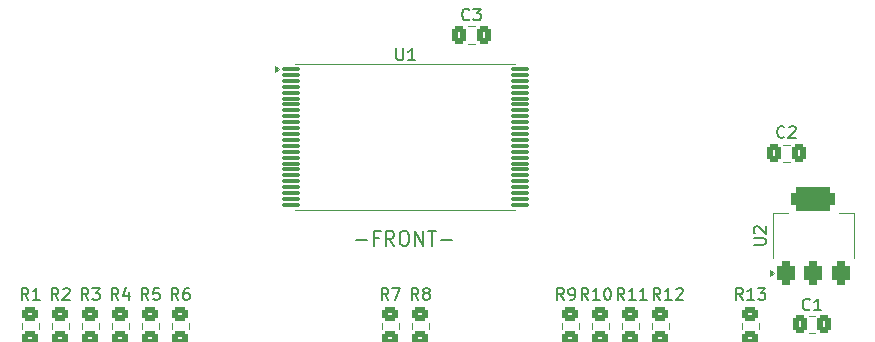
<source format=gbr>
G04 #@! TF.GenerationSoftware,KiCad,Pcbnew,9.0.6*
G04 #@! TF.CreationDate,2025-12-11T13:31:27+05:00*
G04 #@! TF.ProjectId,SEGA-Simple-Cart,53454741-2d53-4696-9d70-6c652d436172,rev?*
G04 #@! TF.SameCoordinates,Original*
G04 #@! TF.FileFunction,Legend,Top*
G04 #@! TF.FilePolarity,Positive*
%FSLAX46Y46*%
G04 Gerber Fmt 4.6, Leading zero omitted, Abs format (unit mm)*
G04 Created by KiCad (PCBNEW 9.0.6) date 2025-12-11 13:31:27*
%MOMM*%
%LPD*%
G01*
G04 APERTURE LIST*
G04 Aperture macros list*
%AMRoundRect*
0 Rectangle with rounded corners*
0 $1 Rounding radius*
0 $2 $3 $4 $5 $6 $7 $8 $9 X,Y pos of 4 corners*
0 Add a 4 corners polygon primitive as box body*
4,1,4,$2,$3,$4,$5,$6,$7,$8,$9,$2,$3,0*
0 Add four circle primitives for the rounded corners*
1,1,$1+$1,$2,$3*
1,1,$1+$1,$4,$5*
1,1,$1+$1,$6,$7*
1,1,$1+$1,$8,$9*
0 Add four rect primitives between the rounded corners*
20,1,$1+$1,$2,$3,$4,$5,0*
20,1,$1+$1,$4,$5,$6,$7,0*
20,1,$1+$1,$6,$7,$8,$9,0*
20,1,$1+$1,$8,$9,$2,$3,0*%
G04 Aperture macros list end*
%ADD10C,0.200000*%
%ADD11C,0.150000*%
%ADD12C,0.120000*%
%ADD13C,0.300000*%
%ADD14RoundRect,0.250000X-0.450000X0.350000X-0.450000X-0.350000X0.450000X-0.350000X0.450000X0.350000X0*%
%ADD15RoundRect,0.250000X-0.337500X-0.475000X0.337500X-0.475000X0.337500X0.475000X-0.337500X0.475000X0*%
%ADD16R,1.780000X6.858000*%
%ADD17RoundRect,0.075000X-0.712500X-0.075000X0.712500X-0.075000X0.712500X0.075000X-0.712500X0.075000X0*%
%ADD18RoundRect,0.250000X0.337500X0.475000X-0.337500X0.475000X-0.337500X-0.475000X0.337500X-0.475000X0*%
%ADD19RoundRect,0.375000X0.375000X-0.625000X0.375000X0.625000X-0.375000X0.625000X-0.375000X-0.625000X0*%
%ADD20RoundRect,0.500000X1.400000X-0.500000X1.400000X0.500000X-1.400000X0.500000X-1.400000X-0.500000X0*%
G04 APERTURE END LIST*
D10*
X70775292Y-72233266D02*
X71689578Y-72233266D01*
X72661006Y-72047552D02*
X72261006Y-72047552D01*
X72261006Y-72728504D02*
X72261006Y-71428504D01*
X72261006Y-71428504D02*
X72832434Y-71428504D01*
X73975291Y-72728504D02*
X73575291Y-72109457D01*
X73289577Y-72728504D02*
X73289577Y-71428504D01*
X73289577Y-71428504D02*
X73746720Y-71428504D01*
X73746720Y-71428504D02*
X73861005Y-71490409D01*
X73861005Y-71490409D02*
X73918148Y-71552314D01*
X73918148Y-71552314D02*
X73975291Y-71676123D01*
X73975291Y-71676123D02*
X73975291Y-71861838D01*
X73975291Y-71861838D02*
X73918148Y-71985647D01*
X73918148Y-71985647D02*
X73861005Y-72047552D01*
X73861005Y-72047552D02*
X73746720Y-72109457D01*
X73746720Y-72109457D02*
X73289577Y-72109457D01*
X74718148Y-71428504D02*
X74946720Y-71428504D01*
X74946720Y-71428504D02*
X75061005Y-71490409D01*
X75061005Y-71490409D02*
X75175291Y-71614219D01*
X75175291Y-71614219D02*
X75232434Y-71861838D01*
X75232434Y-71861838D02*
X75232434Y-72295171D01*
X75232434Y-72295171D02*
X75175291Y-72542790D01*
X75175291Y-72542790D02*
X75061005Y-72666600D01*
X75061005Y-72666600D02*
X74946720Y-72728504D01*
X74946720Y-72728504D02*
X74718148Y-72728504D01*
X74718148Y-72728504D02*
X74603863Y-72666600D01*
X74603863Y-72666600D02*
X74489577Y-72542790D01*
X74489577Y-72542790D02*
X74432434Y-72295171D01*
X74432434Y-72295171D02*
X74432434Y-71861838D01*
X74432434Y-71861838D02*
X74489577Y-71614219D01*
X74489577Y-71614219D02*
X74603863Y-71490409D01*
X74603863Y-71490409D02*
X74718148Y-71428504D01*
X75746720Y-72728504D02*
X75746720Y-71428504D01*
X75746720Y-71428504D02*
X76432434Y-72728504D01*
X76432434Y-72728504D02*
X76432434Y-71428504D01*
X76832434Y-71428504D02*
X77518149Y-71428504D01*
X77175291Y-72728504D02*
X77175291Y-71428504D01*
X77918149Y-72233266D02*
X78832435Y-72233266D01*
D11*
X93464142Y-77289819D02*
X93130809Y-76813628D01*
X92892714Y-77289819D02*
X92892714Y-76289819D01*
X92892714Y-76289819D02*
X93273666Y-76289819D01*
X93273666Y-76289819D02*
X93368904Y-76337438D01*
X93368904Y-76337438D02*
X93416523Y-76385057D01*
X93416523Y-76385057D02*
X93464142Y-76480295D01*
X93464142Y-76480295D02*
X93464142Y-76623152D01*
X93464142Y-76623152D02*
X93416523Y-76718390D01*
X93416523Y-76718390D02*
X93368904Y-76766009D01*
X93368904Y-76766009D02*
X93273666Y-76813628D01*
X93273666Y-76813628D02*
X92892714Y-76813628D01*
X94416523Y-77289819D02*
X93845095Y-77289819D01*
X94130809Y-77289819D02*
X94130809Y-76289819D01*
X94130809Y-76289819D02*
X94035571Y-76432676D01*
X94035571Y-76432676D02*
X93940333Y-76527914D01*
X93940333Y-76527914D02*
X93845095Y-76575533D01*
X95368904Y-77289819D02*
X94797476Y-77289819D01*
X95083190Y-77289819D02*
X95083190Y-76289819D01*
X95083190Y-76289819D02*
X94987952Y-76432676D01*
X94987952Y-76432676D02*
X94892714Y-76527914D01*
X94892714Y-76527914D02*
X94797476Y-76575533D01*
X80351333Y-53543581D02*
X80303714Y-53591201D01*
X80303714Y-53591201D02*
X80160857Y-53638820D01*
X80160857Y-53638820D02*
X80065619Y-53638820D01*
X80065619Y-53638820D02*
X79922762Y-53591201D01*
X79922762Y-53591201D02*
X79827524Y-53495962D01*
X79827524Y-53495962D02*
X79779905Y-53400724D01*
X79779905Y-53400724D02*
X79732286Y-53210248D01*
X79732286Y-53210248D02*
X79732286Y-53067391D01*
X79732286Y-53067391D02*
X79779905Y-52876915D01*
X79779905Y-52876915D02*
X79827524Y-52781677D01*
X79827524Y-52781677D02*
X79922762Y-52686439D01*
X79922762Y-52686439D02*
X80065619Y-52638820D01*
X80065619Y-52638820D02*
X80160857Y-52638820D01*
X80160857Y-52638820D02*
X80303714Y-52686439D01*
X80303714Y-52686439D02*
X80351333Y-52734058D01*
X80684667Y-52638820D02*
X81303714Y-52638820D01*
X81303714Y-52638820D02*
X80970381Y-53019772D01*
X80970381Y-53019772D02*
X81113238Y-53019772D01*
X81113238Y-53019772D02*
X81208476Y-53067391D01*
X81208476Y-53067391D02*
X81256095Y-53115010D01*
X81256095Y-53115010D02*
X81303714Y-53210248D01*
X81303714Y-53210248D02*
X81303714Y-53448343D01*
X81303714Y-53448343D02*
X81256095Y-53543581D01*
X81256095Y-53543581D02*
X81208476Y-53591201D01*
X81208476Y-53591201D02*
X81113238Y-53638820D01*
X81113238Y-53638820D02*
X80827524Y-53638820D01*
X80827524Y-53638820D02*
X80732286Y-53591201D01*
X80732286Y-53591201D02*
X80684667Y-53543581D01*
X76033333Y-77289819D02*
X75700000Y-76813628D01*
X75461905Y-77289819D02*
X75461905Y-76289819D01*
X75461905Y-76289819D02*
X75842857Y-76289819D01*
X75842857Y-76289819D02*
X75938095Y-76337438D01*
X75938095Y-76337438D02*
X75985714Y-76385057D01*
X75985714Y-76385057D02*
X76033333Y-76480295D01*
X76033333Y-76480295D02*
X76033333Y-76623152D01*
X76033333Y-76623152D02*
X75985714Y-76718390D01*
X75985714Y-76718390D02*
X75938095Y-76766009D01*
X75938095Y-76766009D02*
X75842857Y-76813628D01*
X75842857Y-76813628D02*
X75461905Y-76813628D01*
X76604762Y-76718390D02*
X76509524Y-76670771D01*
X76509524Y-76670771D02*
X76461905Y-76623152D01*
X76461905Y-76623152D02*
X76414286Y-76527914D01*
X76414286Y-76527914D02*
X76414286Y-76480295D01*
X76414286Y-76480295D02*
X76461905Y-76385057D01*
X76461905Y-76385057D02*
X76509524Y-76337438D01*
X76509524Y-76337438D02*
X76604762Y-76289819D01*
X76604762Y-76289819D02*
X76795238Y-76289819D01*
X76795238Y-76289819D02*
X76890476Y-76337438D01*
X76890476Y-76337438D02*
X76938095Y-76385057D01*
X76938095Y-76385057D02*
X76985714Y-76480295D01*
X76985714Y-76480295D02*
X76985714Y-76527914D01*
X76985714Y-76527914D02*
X76938095Y-76623152D01*
X76938095Y-76623152D02*
X76890476Y-76670771D01*
X76890476Y-76670771D02*
X76795238Y-76718390D01*
X76795238Y-76718390D02*
X76604762Y-76718390D01*
X76604762Y-76718390D02*
X76509524Y-76766009D01*
X76509524Y-76766009D02*
X76461905Y-76813628D01*
X76461905Y-76813628D02*
X76414286Y-76908866D01*
X76414286Y-76908866D02*
X76414286Y-77099342D01*
X76414286Y-77099342D02*
X76461905Y-77194580D01*
X76461905Y-77194580D02*
X76509524Y-77242200D01*
X76509524Y-77242200D02*
X76604762Y-77289819D01*
X76604762Y-77289819D02*
X76795238Y-77289819D01*
X76795238Y-77289819D02*
X76890476Y-77242200D01*
X76890476Y-77242200D02*
X76938095Y-77194580D01*
X76938095Y-77194580D02*
X76985714Y-77099342D01*
X76985714Y-77099342D02*
X76985714Y-76908866D01*
X76985714Y-76908866D02*
X76938095Y-76813628D01*
X76938095Y-76813628D02*
X76890476Y-76766009D01*
X76890476Y-76766009D02*
X76795238Y-76718390D01*
X74168095Y-56004819D02*
X74168095Y-56814342D01*
X74168095Y-56814342D02*
X74215714Y-56909580D01*
X74215714Y-56909580D02*
X74263333Y-56957200D01*
X74263333Y-56957200D02*
X74358571Y-57004819D01*
X74358571Y-57004819D02*
X74549047Y-57004819D01*
X74549047Y-57004819D02*
X74644285Y-56957200D01*
X74644285Y-56957200D02*
X74691904Y-56909580D01*
X74691904Y-56909580D02*
X74739523Y-56814342D01*
X74739523Y-56814342D02*
X74739523Y-56004819D01*
X75739523Y-57004819D02*
X75168095Y-57004819D01*
X75453809Y-57004819D02*
X75453809Y-56004819D01*
X75453809Y-56004819D02*
X75358571Y-56147676D01*
X75358571Y-56147676D02*
X75263333Y-56242914D01*
X75263333Y-56242914D02*
X75168095Y-56290533D01*
X45553333Y-77289819D02*
X45220000Y-76813628D01*
X44981905Y-77289819D02*
X44981905Y-76289819D01*
X44981905Y-76289819D02*
X45362857Y-76289819D01*
X45362857Y-76289819D02*
X45458095Y-76337438D01*
X45458095Y-76337438D02*
X45505714Y-76385057D01*
X45505714Y-76385057D02*
X45553333Y-76480295D01*
X45553333Y-76480295D02*
X45553333Y-76623152D01*
X45553333Y-76623152D02*
X45505714Y-76718390D01*
X45505714Y-76718390D02*
X45458095Y-76766009D01*
X45458095Y-76766009D02*
X45362857Y-76813628D01*
X45362857Y-76813628D02*
X44981905Y-76813628D01*
X45934286Y-76385057D02*
X45981905Y-76337438D01*
X45981905Y-76337438D02*
X46077143Y-76289819D01*
X46077143Y-76289819D02*
X46315238Y-76289819D01*
X46315238Y-76289819D02*
X46410476Y-76337438D01*
X46410476Y-76337438D02*
X46458095Y-76385057D01*
X46458095Y-76385057D02*
X46505714Y-76480295D01*
X46505714Y-76480295D02*
X46505714Y-76575533D01*
X46505714Y-76575533D02*
X46458095Y-76718390D01*
X46458095Y-76718390D02*
X45886667Y-77289819D01*
X45886667Y-77289819D02*
X46505714Y-77289819D01*
X50633333Y-77289819D02*
X50300000Y-76813628D01*
X50061905Y-77289819D02*
X50061905Y-76289819D01*
X50061905Y-76289819D02*
X50442857Y-76289819D01*
X50442857Y-76289819D02*
X50538095Y-76337438D01*
X50538095Y-76337438D02*
X50585714Y-76385057D01*
X50585714Y-76385057D02*
X50633333Y-76480295D01*
X50633333Y-76480295D02*
X50633333Y-76623152D01*
X50633333Y-76623152D02*
X50585714Y-76718390D01*
X50585714Y-76718390D02*
X50538095Y-76766009D01*
X50538095Y-76766009D02*
X50442857Y-76813628D01*
X50442857Y-76813628D02*
X50061905Y-76813628D01*
X51490476Y-76623152D02*
X51490476Y-77289819D01*
X51252381Y-76242200D02*
X51014286Y-76956485D01*
X51014286Y-76956485D02*
X51633333Y-76956485D01*
X55713333Y-77289819D02*
X55380000Y-76813628D01*
X55141905Y-77289819D02*
X55141905Y-76289819D01*
X55141905Y-76289819D02*
X55522857Y-76289819D01*
X55522857Y-76289819D02*
X55618095Y-76337438D01*
X55618095Y-76337438D02*
X55665714Y-76385057D01*
X55665714Y-76385057D02*
X55713333Y-76480295D01*
X55713333Y-76480295D02*
X55713333Y-76623152D01*
X55713333Y-76623152D02*
X55665714Y-76718390D01*
X55665714Y-76718390D02*
X55618095Y-76766009D01*
X55618095Y-76766009D02*
X55522857Y-76813628D01*
X55522857Y-76813628D02*
X55141905Y-76813628D01*
X56570476Y-76289819D02*
X56380000Y-76289819D01*
X56380000Y-76289819D02*
X56284762Y-76337438D01*
X56284762Y-76337438D02*
X56237143Y-76385057D01*
X56237143Y-76385057D02*
X56141905Y-76527914D01*
X56141905Y-76527914D02*
X56094286Y-76718390D01*
X56094286Y-76718390D02*
X56094286Y-77099342D01*
X56094286Y-77099342D02*
X56141905Y-77194580D01*
X56141905Y-77194580D02*
X56189524Y-77242200D01*
X56189524Y-77242200D02*
X56284762Y-77289819D01*
X56284762Y-77289819D02*
X56475238Y-77289819D01*
X56475238Y-77289819D02*
X56570476Y-77242200D01*
X56570476Y-77242200D02*
X56618095Y-77194580D01*
X56618095Y-77194580D02*
X56665714Y-77099342D01*
X56665714Y-77099342D02*
X56665714Y-76861247D01*
X56665714Y-76861247D02*
X56618095Y-76766009D01*
X56618095Y-76766009D02*
X56570476Y-76718390D01*
X56570476Y-76718390D02*
X56475238Y-76670771D01*
X56475238Y-76670771D02*
X56284762Y-76670771D01*
X56284762Y-76670771D02*
X56189524Y-76718390D01*
X56189524Y-76718390D02*
X56141905Y-76766009D01*
X56141905Y-76766009D02*
X56094286Y-76861247D01*
X88352333Y-77289819D02*
X88019000Y-76813628D01*
X87780905Y-77289819D02*
X87780905Y-76289819D01*
X87780905Y-76289819D02*
X88161857Y-76289819D01*
X88161857Y-76289819D02*
X88257095Y-76337438D01*
X88257095Y-76337438D02*
X88304714Y-76385057D01*
X88304714Y-76385057D02*
X88352333Y-76480295D01*
X88352333Y-76480295D02*
X88352333Y-76623152D01*
X88352333Y-76623152D02*
X88304714Y-76718390D01*
X88304714Y-76718390D02*
X88257095Y-76766009D01*
X88257095Y-76766009D02*
X88161857Y-76813628D01*
X88161857Y-76813628D02*
X87780905Y-76813628D01*
X88828524Y-77289819D02*
X89019000Y-77289819D01*
X89019000Y-77289819D02*
X89114238Y-77242200D01*
X89114238Y-77242200D02*
X89161857Y-77194580D01*
X89161857Y-77194580D02*
X89257095Y-77051723D01*
X89257095Y-77051723D02*
X89304714Y-76861247D01*
X89304714Y-76861247D02*
X89304714Y-76480295D01*
X89304714Y-76480295D02*
X89257095Y-76385057D01*
X89257095Y-76385057D02*
X89209476Y-76337438D01*
X89209476Y-76337438D02*
X89114238Y-76289819D01*
X89114238Y-76289819D02*
X88923762Y-76289819D01*
X88923762Y-76289819D02*
X88828524Y-76337438D01*
X88828524Y-76337438D02*
X88780905Y-76385057D01*
X88780905Y-76385057D02*
X88733286Y-76480295D01*
X88733286Y-76480295D02*
X88733286Y-76718390D01*
X88733286Y-76718390D02*
X88780905Y-76813628D01*
X88780905Y-76813628D02*
X88828524Y-76861247D01*
X88828524Y-76861247D02*
X88923762Y-76908866D01*
X88923762Y-76908866D02*
X89114238Y-76908866D01*
X89114238Y-76908866D02*
X89209476Y-76861247D01*
X89209476Y-76861247D02*
X89257095Y-76813628D01*
X89257095Y-76813628D02*
X89304714Y-76718390D01*
X90416142Y-77289819D02*
X90082809Y-76813628D01*
X89844714Y-77289819D02*
X89844714Y-76289819D01*
X89844714Y-76289819D02*
X90225666Y-76289819D01*
X90225666Y-76289819D02*
X90320904Y-76337438D01*
X90320904Y-76337438D02*
X90368523Y-76385057D01*
X90368523Y-76385057D02*
X90416142Y-76480295D01*
X90416142Y-76480295D02*
X90416142Y-76623152D01*
X90416142Y-76623152D02*
X90368523Y-76718390D01*
X90368523Y-76718390D02*
X90320904Y-76766009D01*
X90320904Y-76766009D02*
X90225666Y-76813628D01*
X90225666Y-76813628D02*
X89844714Y-76813628D01*
X91368523Y-77289819D02*
X90797095Y-77289819D01*
X91082809Y-77289819D02*
X91082809Y-76289819D01*
X91082809Y-76289819D02*
X90987571Y-76432676D01*
X90987571Y-76432676D02*
X90892333Y-76527914D01*
X90892333Y-76527914D02*
X90797095Y-76575533D01*
X91987571Y-76289819D02*
X92082809Y-76289819D01*
X92082809Y-76289819D02*
X92178047Y-76337438D01*
X92178047Y-76337438D02*
X92225666Y-76385057D01*
X92225666Y-76385057D02*
X92273285Y-76480295D01*
X92273285Y-76480295D02*
X92320904Y-76670771D01*
X92320904Y-76670771D02*
X92320904Y-76908866D01*
X92320904Y-76908866D02*
X92273285Y-77099342D01*
X92273285Y-77099342D02*
X92225666Y-77194580D01*
X92225666Y-77194580D02*
X92178047Y-77242200D01*
X92178047Y-77242200D02*
X92082809Y-77289819D01*
X92082809Y-77289819D02*
X91987571Y-77289819D01*
X91987571Y-77289819D02*
X91892333Y-77242200D01*
X91892333Y-77242200D02*
X91844714Y-77194580D01*
X91844714Y-77194580D02*
X91797095Y-77099342D01*
X91797095Y-77099342D02*
X91749476Y-76908866D01*
X91749476Y-76908866D02*
X91749476Y-76670771D01*
X91749476Y-76670771D02*
X91797095Y-76480295D01*
X91797095Y-76480295D02*
X91844714Y-76385057D01*
X91844714Y-76385057D02*
X91892333Y-76337438D01*
X91892333Y-76337438D02*
X91987571Y-76289819D01*
X48093333Y-77289819D02*
X47760000Y-76813628D01*
X47521905Y-77289819D02*
X47521905Y-76289819D01*
X47521905Y-76289819D02*
X47902857Y-76289819D01*
X47902857Y-76289819D02*
X47998095Y-76337438D01*
X47998095Y-76337438D02*
X48045714Y-76385057D01*
X48045714Y-76385057D02*
X48093333Y-76480295D01*
X48093333Y-76480295D02*
X48093333Y-76623152D01*
X48093333Y-76623152D02*
X48045714Y-76718390D01*
X48045714Y-76718390D02*
X47998095Y-76766009D01*
X47998095Y-76766009D02*
X47902857Y-76813628D01*
X47902857Y-76813628D02*
X47521905Y-76813628D01*
X48426667Y-76289819D02*
X49045714Y-76289819D01*
X49045714Y-76289819D02*
X48712381Y-76670771D01*
X48712381Y-76670771D02*
X48855238Y-76670771D01*
X48855238Y-76670771D02*
X48950476Y-76718390D01*
X48950476Y-76718390D02*
X48998095Y-76766009D01*
X48998095Y-76766009D02*
X49045714Y-76861247D01*
X49045714Y-76861247D02*
X49045714Y-77099342D01*
X49045714Y-77099342D02*
X48998095Y-77194580D01*
X48998095Y-77194580D02*
X48950476Y-77242200D01*
X48950476Y-77242200D02*
X48855238Y-77289819D01*
X48855238Y-77289819D02*
X48569524Y-77289819D01*
X48569524Y-77289819D02*
X48474286Y-77242200D01*
X48474286Y-77242200D02*
X48426667Y-77194580D01*
X103497142Y-77289819D02*
X103163809Y-76813628D01*
X102925714Y-77289819D02*
X102925714Y-76289819D01*
X102925714Y-76289819D02*
X103306666Y-76289819D01*
X103306666Y-76289819D02*
X103401904Y-76337438D01*
X103401904Y-76337438D02*
X103449523Y-76385057D01*
X103449523Y-76385057D02*
X103497142Y-76480295D01*
X103497142Y-76480295D02*
X103497142Y-76623152D01*
X103497142Y-76623152D02*
X103449523Y-76718390D01*
X103449523Y-76718390D02*
X103401904Y-76766009D01*
X103401904Y-76766009D02*
X103306666Y-76813628D01*
X103306666Y-76813628D02*
X102925714Y-76813628D01*
X104449523Y-77289819D02*
X103878095Y-77289819D01*
X104163809Y-77289819D02*
X104163809Y-76289819D01*
X104163809Y-76289819D02*
X104068571Y-76432676D01*
X104068571Y-76432676D02*
X103973333Y-76527914D01*
X103973333Y-76527914D02*
X103878095Y-76575533D01*
X104782857Y-76289819D02*
X105401904Y-76289819D01*
X105401904Y-76289819D02*
X105068571Y-76670771D01*
X105068571Y-76670771D02*
X105211428Y-76670771D01*
X105211428Y-76670771D02*
X105306666Y-76718390D01*
X105306666Y-76718390D02*
X105354285Y-76766009D01*
X105354285Y-76766009D02*
X105401904Y-76861247D01*
X105401904Y-76861247D02*
X105401904Y-77099342D01*
X105401904Y-77099342D02*
X105354285Y-77194580D01*
X105354285Y-77194580D02*
X105306666Y-77242200D01*
X105306666Y-77242200D02*
X105211428Y-77289819D01*
X105211428Y-77289819D02*
X104925714Y-77289819D01*
X104925714Y-77289819D02*
X104830476Y-77242200D01*
X104830476Y-77242200D02*
X104782857Y-77194580D01*
X107021333Y-63478580D02*
X106973714Y-63526200D01*
X106973714Y-63526200D02*
X106830857Y-63573819D01*
X106830857Y-63573819D02*
X106735619Y-63573819D01*
X106735619Y-63573819D02*
X106592762Y-63526200D01*
X106592762Y-63526200D02*
X106497524Y-63430961D01*
X106497524Y-63430961D02*
X106449905Y-63335723D01*
X106449905Y-63335723D02*
X106402286Y-63145247D01*
X106402286Y-63145247D02*
X106402286Y-63002390D01*
X106402286Y-63002390D02*
X106449905Y-62811914D01*
X106449905Y-62811914D02*
X106497524Y-62716676D01*
X106497524Y-62716676D02*
X106592762Y-62621438D01*
X106592762Y-62621438D02*
X106735619Y-62573819D01*
X106735619Y-62573819D02*
X106830857Y-62573819D01*
X106830857Y-62573819D02*
X106973714Y-62621438D01*
X106973714Y-62621438D02*
X107021333Y-62669057D01*
X107402286Y-62669057D02*
X107449905Y-62621438D01*
X107449905Y-62621438D02*
X107545143Y-62573819D01*
X107545143Y-62573819D02*
X107783238Y-62573819D01*
X107783238Y-62573819D02*
X107878476Y-62621438D01*
X107878476Y-62621438D02*
X107926095Y-62669057D01*
X107926095Y-62669057D02*
X107973714Y-62764295D01*
X107973714Y-62764295D02*
X107973714Y-62859533D01*
X107973714Y-62859533D02*
X107926095Y-63002390D01*
X107926095Y-63002390D02*
X107354667Y-63573819D01*
X107354667Y-63573819D02*
X107973714Y-63573819D01*
X43013333Y-77289819D02*
X42680000Y-76813628D01*
X42441905Y-77289819D02*
X42441905Y-76289819D01*
X42441905Y-76289819D02*
X42822857Y-76289819D01*
X42822857Y-76289819D02*
X42918095Y-76337438D01*
X42918095Y-76337438D02*
X42965714Y-76385057D01*
X42965714Y-76385057D02*
X43013333Y-76480295D01*
X43013333Y-76480295D02*
X43013333Y-76623152D01*
X43013333Y-76623152D02*
X42965714Y-76718390D01*
X42965714Y-76718390D02*
X42918095Y-76766009D01*
X42918095Y-76766009D02*
X42822857Y-76813628D01*
X42822857Y-76813628D02*
X42441905Y-76813628D01*
X43965714Y-77289819D02*
X43394286Y-77289819D01*
X43680000Y-77289819D02*
X43680000Y-76289819D01*
X43680000Y-76289819D02*
X43584762Y-76432676D01*
X43584762Y-76432676D02*
X43489524Y-76527914D01*
X43489524Y-76527914D02*
X43394286Y-76575533D01*
X53173333Y-77289819D02*
X52840000Y-76813628D01*
X52601905Y-77289819D02*
X52601905Y-76289819D01*
X52601905Y-76289819D02*
X52982857Y-76289819D01*
X52982857Y-76289819D02*
X53078095Y-76337438D01*
X53078095Y-76337438D02*
X53125714Y-76385057D01*
X53125714Y-76385057D02*
X53173333Y-76480295D01*
X53173333Y-76480295D02*
X53173333Y-76623152D01*
X53173333Y-76623152D02*
X53125714Y-76718390D01*
X53125714Y-76718390D02*
X53078095Y-76766009D01*
X53078095Y-76766009D02*
X52982857Y-76813628D01*
X52982857Y-76813628D02*
X52601905Y-76813628D01*
X54078095Y-76289819D02*
X53601905Y-76289819D01*
X53601905Y-76289819D02*
X53554286Y-76766009D01*
X53554286Y-76766009D02*
X53601905Y-76718390D01*
X53601905Y-76718390D02*
X53697143Y-76670771D01*
X53697143Y-76670771D02*
X53935238Y-76670771D01*
X53935238Y-76670771D02*
X54030476Y-76718390D01*
X54030476Y-76718390D02*
X54078095Y-76766009D01*
X54078095Y-76766009D02*
X54125714Y-76861247D01*
X54125714Y-76861247D02*
X54125714Y-77099342D01*
X54125714Y-77099342D02*
X54078095Y-77194580D01*
X54078095Y-77194580D02*
X54030476Y-77242200D01*
X54030476Y-77242200D02*
X53935238Y-77289819D01*
X53935238Y-77289819D02*
X53697143Y-77289819D01*
X53697143Y-77289819D02*
X53601905Y-77242200D01*
X53601905Y-77242200D02*
X53554286Y-77194580D01*
X73493333Y-77289819D02*
X73160000Y-76813628D01*
X72921905Y-77289819D02*
X72921905Y-76289819D01*
X72921905Y-76289819D02*
X73302857Y-76289819D01*
X73302857Y-76289819D02*
X73398095Y-76337438D01*
X73398095Y-76337438D02*
X73445714Y-76385057D01*
X73445714Y-76385057D02*
X73493333Y-76480295D01*
X73493333Y-76480295D02*
X73493333Y-76623152D01*
X73493333Y-76623152D02*
X73445714Y-76718390D01*
X73445714Y-76718390D02*
X73398095Y-76766009D01*
X73398095Y-76766009D02*
X73302857Y-76813628D01*
X73302857Y-76813628D02*
X72921905Y-76813628D01*
X73826667Y-76289819D02*
X74493333Y-76289819D01*
X74493333Y-76289819D02*
X74064762Y-77289819D01*
X109180333Y-78083580D02*
X109132714Y-78131200D01*
X109132714Y-78131200D02*
X108989857Y-78178819D01*
X108989857Y-78178819D02*
X108894619Y-78178819D01*
X108894619Y-78178819D02*
X108751762Y-78131200D01*
X108751762Y-78131200D02*
X108656524Y-78035961D01*
X108656524Y-78035961D02*
X108608905Y-77940723D01*
X108608905Y-77940723D02*
X108561286Y-77750247D01*
X108561286Y-77750247D02*
X108561286Y-77607390D01*
X108561286Y-77607390D02*
X108608905Y-77416914D01*
X108608905Y-77416914D02*
X108656524Y-77321676D01*
X108656524Y-77321676D02*
X108751762Y-77226438D01*
X108751762Y-77226438D02*
X108894619Y-77178819D01*
X108894619Y-77178819D02*
X108989857Y-77178819D01*
X108989857Y-77178819D02*
X109132714Y-77226438D01*
X109132714Y-77226438D02*
X109180333Y-77274057D01*
X110132714Y-78178819D02*
X109561286Y-78178819D01*
X109847000Y-78178819D02*
X109847000Y-77178819D01*
X109847000Y-77178819D02*
X109751762Y-77321676D01*
X109751762Y-77321676D02*
X109656524Y-77416914D01*
X109656524Y-77416914D02*
X109561286Y-77464533D01*
X96512142Y-77289819D02*
X96178809Y-76813628D01*
X95940714Y-77289819D02*
X95940714Y-76289819D01*
X95940714Y-76289819D02*
X96321666Y-76289819D01*
X96321666Y-76289819D02*
X96416904Y-76337438D01*
X96416904Y-76337438D02*
X96464523Y-76385057D01*
X96464523Y-76385057D02*
X96512142Y-76480295D01*
X96512142Y-76480295D02*
X96512142Y-76623152D01*
X96512142Y-76623152D02*
X96464523Y-76718390D01*
X96464523Y-76718390D02*
X96416904Y-76766009D01*
X96416904Y-76766009D02*
X96321666Y-76813628D01*
X96321666Y-76813628D02*
X95940714Y-76813628D01*
X97464523Y-77289819D02*
X96893095Y-77289819D01*
X97178809Y-77289819D02*
X97178809Y-76289819D01*
X97178809Y-76289819D02*
X97083571Y-76432676D01*
X97083571Y-76432676D02*
X96988333Y-76527914D01*
X96988333Y-76527914D02*
X96893095Y-76575533D01*
X97845476Y-76385057D02*
X97893095Y-76337438D01*
X97893095Y-76337438D02*
X97988333Y-76289819D01*
X97988333Y-76289819D02*
X98226428Y-76289819D01*
X98226428Y-76289819D02*
X98321666Y-76337438D01*
X98321666Y-76337438D02*
X98369285Y-76385057D01*
X98369285Y-76385057D02*
X98416904Y-76480295D01*
X98416904Y-76480295D02*
X98416904Y-76575533D01*
X98416904Y-76575533D02*
X98369285Y-76718390D01*
X98369285Y-76718390D02*
X97797857Y-77289819D01*
X97797857Y-77289819D02*
X98416904Y-77289819D01*
X104428818Y-72643904D02*
X105238341Y-72643904D01*
X105238341Y-72643904D02*
X105333579Y-72596285D01*
X105333579Y-72596285D02*
X105381199Y-72548666D01*
X105381199Y-72548666D02*
X105428818Y-72453428D01*
X105428818Y-72453428D02*
X105428818Y-72262952D01*
X105428818Y-72262952D02*
X105381199Y-72167714D01*
X105381199Y-72167714D02*
X105333579Y-72120095D01*
X105333579Y-72120095D02*
X105238341Y-72072476D01*
X105238341Y-72072476D02*
X104428818Y-72072476D01*
X104524056Y-71643904D02*
X104476437Y-71596285D01*
X104476437Y-71596285D02*
X104428818Y-71501047D01*
X104428818Y-71501047D02*
X104428818Y-71262952D01*
X104428818Y-71262952D02*
X104476437Y-71167714D01*
X104476437Y-71167714D02*
X104524056Y-71120095D01*
X104524056Y-71120095D02*
X104619294Y-71072476D01*
X104619294Y-71072476D02*
X104714532Y-71072476D01*
X104714532Y-71072476D02*
X104857389Y-71120095D01*
X104857389Y-71120095D02*
X105428818Y-71691523D01*
X105428818Y-71691523D02*
X105428818Y-71072476D01*
D12*
X93245000Y-79274936D02*
X93245000Y-79729064D01*
X94715000Y-79274936D02*
X94715000Y-79729064D01*
X80256747Y-54129000D02*
X80779253Y-54129000D01*
X80256747Y-55599000D02*
X80779253Y-55599000D01*
X75465000Y-79274936D02*
X75465000Y-79729064D01*
X76935000Y-79274936D02*
X76935000Y-79729064D01*
X65620000Y-57340000D02*
X84240000Y-57340000D01*
X84240000Y-69660000D02*
X65620000Y-69660000D01*
X64190000Y-57750000D02*
X63860000Y-57990000D01*
X63860000Y-57510000D01*
X64190000Y-57750000D01*
G36*
X64190000Y-57750000D02*
G01*
X63860000Y-57990000D01*
X63860000Y-57510000D01*
X64190000Y-57750000D01*
G37*
X44985000Y-79274936D02*
X44985000Y-79729064D01*
X46455000Y-79274936D02*
X46455000Y-79729064D01*
X50065000Y-79274936D02*
X50065000Y-79729064D01*
X51535000Y-79274936D02*
X51535000Y-79729064D01*
X55145000Y-79274936D02*
X55145000Y-79729064D01*
X56615000Y-79274936D02*
X56615000Y-79729064D01*
X88165000Y-79274936D02*
X88165000Y-79729064D01*
X89635000Y-79274936D02*
X89635000Y-79729064D01*
X90705000Y-79274936D02*
X90705000Y-79729064D01*
X92175000Y-79274936D02*
X92175000Y-79729064D01*
X47525000Y-79274936D02*
X47525000Y-79729064D01*
X48995000Y-79274936D02*
X48995000Y-79729064D01*
X103405000Y-79274936D02*
X103405000Y-79729064D01*
X104875000Y-79274936D02*
X104875000Y-79729064D01*
X107449253Y-64162000D02*
X106926747Y-64162000D01*
X107449253Y-65632000D02*
X106926747Y-65632000D01*
X42445000Y-79274936D02*
X42445000Y-79729064D01*
X43915000Y-79274936D02*
X43915000Y-79729064D01*
X52605000Y-79274936D02*
X52605000Y-79729064D01*
X54075000Y-79274936D02*
X54075000Y-79729064D01*
X72925000Y-79274936D02*
X72925000Y-79729064D01*
X74395000Y-79274936D02*
X74395000Y-79729064D01*
X109608253Y-78640000D02*
X109085747Y-78640000D01*
X109608253Y-80110000D02*
X109085747Y-80110000D01*
X95785000Y-79274936D02*
X95785000Y-79729064D01*
X97255000Y-79274936D02*
X97255000Y-79729064D01*
X106064000Y-69972000D02*
X107324000Y-69972000D01*
X106064000Y-73732000D02*
X106064000Y-69972000D01*
X112884000Y-69972000D02*
X111624000Y-69972000D01*
X112884000Y-73732000D02*
X112884000Y-69972000D01*
X106164000Y-75012000D02*
X105834000Y-75252000D01*
X105834000Y-74772000D01*
X106164000Y-75012000D01*
G36*
X106164000Y-75012000D02*
G01*
X105834000Y-75252000D01*
X105834000Y-74772000D01*
X106164000Y-75012000D01*
G37*
%LPC*%
D11*
X32766000Y-83312000D02*
X117094000Y-83312000D01*
X117094000Y-90678000D01*
X32766000Y-90678000D01*
X32766000Y-83312000D01*
G36*
X32766000Y-83312000D02*
G01*
X117094000Y-83312000D01*
X117094000Y-90678000D01*
X32766000Y-90678000D01*
X32766000Y-83312000D01*
G37*
D13*
X47346082Y-53958400D02*
X47551439Y-54029828D01*
X47551439Y-54029828D02*
X47908582Y-54029828D01*
X47908582Y-54029828D02*
X48060368Y-53958400D01*
X48060368Y-53958400D02*
X48140725Y-53886971D01*
X48140725Y-53886971D02*
X48230010Y-53744114D01*
X48230010Y-53744114D02*
X48247868Y-53601257D01*
X48247868Y-53601257D02*
X48194296Y-53458400D01*
X48194296Y-53458400D02*
X48131796Y-53386971D01*
X48131796Y-53386971D02*
X47997868Y-53315542D01*
X47997868Y-53315542D02*
X47721082Y-53244114D01*
X47721082Y-53244114D02*
X47587153Y-53172685D01*
X47587153Y-53172685D02*
X47524653Y-53101257D01*
X47524653Y-53101257D02*
X47471082Y-52958400D01*
X47471082Y-52958400D02*
X47488939Y-52815542D01*
X47488939Y-52815542D02*
X47578225Y-52672685D01*
X47578225Y-52672685D02*
X47658582Y-52601257D01*
X47658582Y-52601257D02*
X47810368Y-52529828D01*
X47810368Y-52529828D02*
X48167510Y-52529828D01*
X48167510Y-52529828D02*
X48372868Y-52601257D01*
X48935367Y-53244114D02*
X49435367Y-53244114D01*
X49551439Y-54029828D02*
X48837153Y-54029828D01*
X48837153Y-54029828D02*
X49024653Y-52529828D01*
X49024653Y-52529828D02*
X49738939Y-52529828D01*
X51158582Y-52601257D02*
X51024653Y-52529828D01*
X51024653Y-52529828D02*
X50810367Y-52529828D01*
X50810367Y-52529828D02*
X50587153Y-52601257D01*
X50587153Y-52601257D02*
X50426439Y-52744114D01*
X50426439Y-52744114D02*
X50337153Y-52886971D01*
X50337153Y-52886971D02*
X50230010Y-53172685D01*
X50230010Y-53172685D02*
X50203224Y-53386971D01*
X50203224Y-53386971D02*
X50238939Y-53672685D01*
X50238939Y-53672685D02*
X50292510Y-53815542D01*
X50292510Y-53815542D02*
X50417510Y-53958400D01*
X50417510Y-53958400D02*
X50622867Y-54029828D01*
X50622867Y-54029828D02*
X50765724Y-54029828D01*
X50765724Y-54029828D02*
X50988939Y-53958400D01*
X50988939Y-53958400D02*
X51069296Y-53886971D01*
X51069296Y-53886971D02*
X51131796Y-53386971D01*
X51131796Y-53386971D02*
X50846082Y-53386971D01*
X51676439Y-53601257D02*
X52390724Y-53601257D01*
X51480010Y-54029828D02*
X52167510Y-52529828D01*
X52167510Y-52529828D02*
X52480010Y-54029828D01*
X54122867Y-54029828D02*
X54310367Y-52529828D01*
X54310367Y-52529828D02*
X54676438Y-53601257D01*
X54676438Y-53601257D02*
X55310367Y-52529828D01*
X55310367Y-52529828D02*
X55122867Y-54029828D01*
X55837153Y-54029828D02*
X56024653Y-52529828D01*
X56024653Y-52529828D02*
X56381796Y-52529828D01*
X56381796Y-52529828D02*
X56587153Y-52601257D01*
X56587153Y-52601257D02*
X56712153Y-52744114D01*
X56712153Y-52744114D02*
X56765724Y-52886971D01*
X56765724Y-52886971D02*
X56801439Y-53172685D01*
X56801439Y-53172685D02*
X56774653Y-53386971D01*
X56774653Y-53386971D02*
X56667510Y-53672685D01*
X56667510Y-53672685D02*
X56578224Y-53815542D01*
X56578224Y-53815542D02*
X56417510Y-53958400D01*
X56417510Y-53958400D02*
X56194296Y-54029828D01*
X56194296Y-54029828D02*
X55837153Y-54029828D01*
X59355010Y-53886971D02*
X59274653Y-53958400D01*
X59274653Y-53958400D02*
X59051438Y-54029828D01*
X59051438Y-54029828D02*
X58908581Y-54029828D01*
X58908581Y-54029828D02*
X58703224Y-53958400D01*
X58703224Y-53958400D02*
X58578224Y-53815542D01*
X58578224Y-53815542D02*
X58524653Y-53672685D01*
X58524653Y-53672685D02*
X58488938Y-53386971D01*
X58488938Y-53386971D02*
X58515724Y-53172685D01*
X58515724Y-53172685D02*
X58622867Y-52886971D01*
X58622867Y-52886971D02*
X58712153Y-52744114D01*
X58712153Y-52744114D02*
X58872867Y-52601257D01*
X58872867Y-52601257D02*
X59096081Y-52529828D01*
X59096081Y-52529828D02*
X59238938Y-52529828D01*
X59238938Y-52529828D02*
X59444296Y-52601257D01*
X59444296Y-52601257D02*
X59506796Y-52672685D01*
X59962153Y-53601257D02*
X60676438Y-53601257D01*
X59765724Y-54029828D02*
X60453224Y-52529828D01*
X60453224Y-52529828D02*
X60765724Y-54029828D01*
X62122867Y-54029828D02*
X61712152Y-53315542D01*
X61265724Y-54029828D02*
X61453224Y-52529828D01*
X61453224Y-52529828D02*
X62024652Y-52529828D01*
X62024652Y-52529828D02*
X62158581Y-52601257D01*
X62158581Y-52601257D02*
X62221081Y-52672685D01*
X62221081Y-52672685D02*
X62274652Y-52815542D01*
X62274652Y-52815542D02*
X62247867Y-53029828D01*
X62247867Y-53029828D02*
X62158581Y-53172685D01*
X62158581Y-53172685D02*
X62078224Y-53244114D01*
X62078224Y-53244114D02*
X61926438Y-53315542D01*
X61926438Y-53315542D02*
X61355010Y-53315542D01*
X62738938Y-52529828D02*
X63596081Y-52529828D01*
X62980010Y-54029828D02*
X63167510Y-52529828D01*
D14*
X93980000Y-78502000D03*
X93980000Y-80502000D03*
D15*
X79480500Y-54864000D03*
X81555500Y-54864000D03*
D16*
X35560000Y-86360000D03*
X38100000Y-86360000D03*
X40640000Y-86360000D03*
X43180000Y-86360000D03*
X45720000Y-86360000D03*
X48260000Y-86360000D03*
X50800000Y-86360000D03*
X53340000Y-86360000D03*
X55880000Y-86360000D03*
X58420000Y-86360000D03*
X60960000Y-86360000D03*
X63500000Y-86360000D03*
X66040000Y-86360000D03*
X68580000Y-86360000D03*
X71120000Y-86360000D03*
X73660000Y-86360000D03*
X76200000Y-86360000D03*
X78740000Y-86360000D03*
X81280000Y-86360000D03*
X83820000Y-86360000D03*
X86360000Y-86360000D03*
X88900000Y-86360000D03*
X91440000Y-86360000D03*
X93980000Y-86360000D03*
X96520000Y-86360000D03*
X99060000Y-86360000D03*
X101600000Y-86360000D03*
X104140000Y-86360000D03*
X106680000Y-86360000D03*
X109220000Y-86360000D03*
X111760000Y-86360000D03*
X114300000Y-86360000D03*
D14*
X76200000Y-78502000D03*
X76200000Y-80502000D03*
D17*
X65242500Y-57750000D03*
X65242500Y-58250000D03*
X65242500Y-58750000D03*
X65242500Y-59250000D03*
X65242500Y-59750000D03*
X65242500Y-60250000D03*
X65242500Y-60750000D03*
X65242500Y-61250000D03*
X65242500Y-61750000D03*
X65242500Y-62250000D03*
X65242500Y-62750000D03*
X65242500Y-63250000D03*
X65242500Y-63750000D03*
X65242500Y-64250000D03*
X65242500Y-64750000D03*
X65242500Y-65250000D03*
X65242500Y-65750000D03*
X65242500Y-66250000D03*
X65242500Y-66750000D03*
X65242500Y-67250000D03*
X65242500Y-67750000D03*
X65242500Y-68250000D03*
X65242500Y-68750000D03*
X65242500Y-69250000D03*
X84617500Y-69250000D03*
X84617500Y-68750000D03*
X84617500Y-68250000D03*
X84617500Y-67750000D03*
X84617500Y-67250000D03*
X84617500Y-66750000D03*
X84617500Y-66250000D03*
X84617500Y-65750000D03*
X84617500Y-65250000D03*
X84617500Y-64750000D03*
X84617500Y-64250000D03*
X84617500Y-63750000D03*
X84617500Y-63250000D03*
X84617500Y-62750000D03*
X84617500Y-62250000D03*
X84617500Y-61750000D03*
X84617500Y-61250000D03*
X84617500Y-60750000D03*
X84617500Y-60250000D03*
X84617500Y-59750000D03*
X84617500Y-59250000D03*
X84617500Y-58750000D03*
X84617500Y-58250000D03*
X84617500Y-57750000D03*
D14*
X45720000Y-78502000D03*
X45720000Y-80502000D03*
X50800000Y-78502000D03*
X50800000Y-80502000D03*
X55880000Y-78502000D03*
X55880000Y-80502000D03*
X88900000Y-78502000D03*
X88900000Y-80502000D03*
X91440000Y-78502000D03*
X91440000Y-80502000D03*
X48260000Y-78502000D03*
X48260000Y-80502000D03*
X104140000Y-78502000D03*
X104140000Y-80502000D03*
D18*
X108225500Y-64897000D03*
X106150500Y-64897000D03*
D14*
X43180000Y-78502000D03*
X43180000Y-80502000D03*
X53340000Y-78502000D03*
X53340000Y-80502000D03*
X73660000Y-78502000D03*
X73660000Y-80502000D03*
D18*
X110384500Y-79375000D03*
X108309500Y-79375000D03*
D14*
X96520000Y-78502000D03*
X96520000Y-80502000D03*
D19*
X107174000Y-75032000D03*
X109474000Y-75032000D03*
D20*
X109474000Y-68732000D03*
D19*
X111774000Y-75032000D03*
%LPD*%
M02*

</source>
